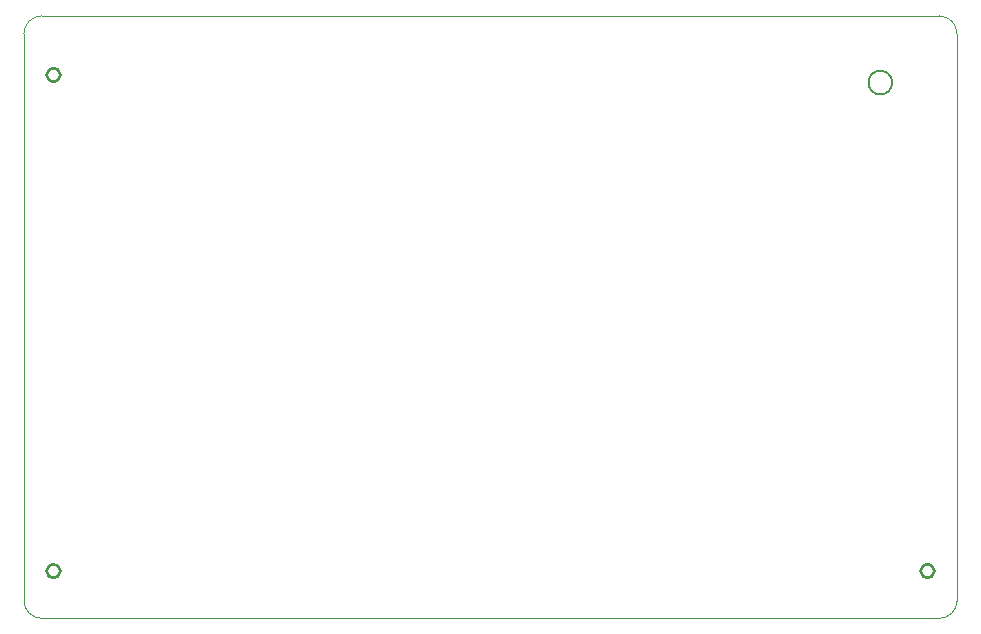
<source format=gm1>
%TF.GenerationSoftware,KiCad,Pcbnew,(6.0.0)*%
%TF.CreationDate,2022-01-05T18:10:34+01:00*%
%TF.ProjectId,soar_audio,736f6172-5f61-4756-9469-6f2e6b696361,rev?*%
%TF.SameCoordinates,Original*%
%TF.FileFunction,Profile,NP*%
%FSLAX46Y46*%
G04 Gerber Fmt 4.6, Leading zero omitted, Abs format (unit mm)*
G04 Created by KiCad (PCBNEW (6.0.0)) date 2022-01-05 18:10:34*
%MOMM*%
%LPD*%
G01*
G04 APERTURE LIST*
%TA.AperFunction,Profile*%
%ADD10C,0.200000*%
%TD*%
%TA.AperFunction,Profile*%
%ADD11C,0.249000*%
%TD*%
%TA.AperFunction,Profile*%
%ADD12C,0.100000*%
%TD*%
G04 APERTURE END LIST*
D10*
X175006000Y-72644000D02*
G75*
G03*
X175006000Y-72644000I-1000000J0D01*
G01*
D11*
X104576000Y-114000000D02*
G75*
G03*
X104576000Y-114000000I-576000J0D01*
G01*
X104576000Y-72000000D02*
G75*
G03*
X104576000Y-72000000I-576000J0D01*
G01*
X178576000Y-114000000D02*
G75*
G03*
X178576000Y-114000000I-576000J0D01*
G01*
D12*
X103000000Y-67000000D02*
G75*
G03*
X101500000Y-68500000I1J-1500001D01*
G01*
X101500000Y-68500000D02*
X101500000Y-116500000D01*
X180500000Y-116500000D02*
X180500000Y-68500000D01*
X179000000Y-67000000D02*
X103000000Y-67000000D01*
X103000000Y-118000000D02*
X179000000Y-118000000D01*
X101500000Y-116500000D02*
G75*
G03*
X103000000Y-118000000I1500001J1D01*
G01*
X180500000Y-68500000D02*
G75*
G03*
X179000000Y-67000000I-1500001J-1D01*
G01*
X179000000Y-118000000D02*
G75*
G03*
X180500000Y-116500000I-1J1500001D01*
G01*
M02*

</source>
